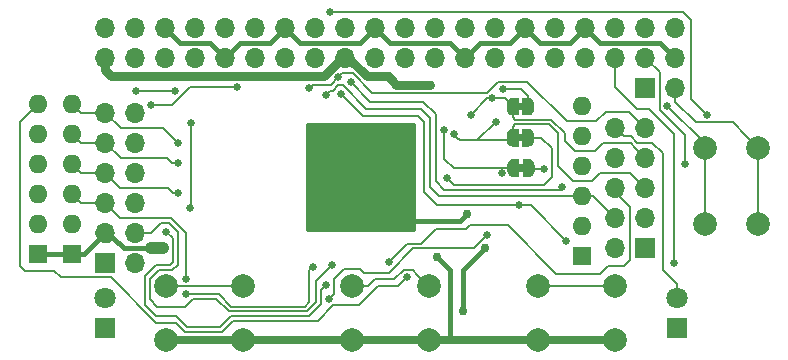
<source format=gbl>
G04 #@! TF.GenerationSoftware,KiCad,Pcbnew,(5.1.4)-1*
G04 #@! TF.CreationDate,2020-09-08T19:59:54+01:00*
G04 #@! TF.ProjectId,rgb-to-hdmi,7267622d-746f-42d6-9864-6d692e6b6963,rev?*
G04 #@! TF.SameCoordinates,Original*
G04 #@! TF.FileFunction,Copper,L2,Bot*
G04 #@! TF.FilePolarity,Positive*
%FSLAX46Y46*%
G04 Gerber Fmt 4.6, Leading zero omitted, Abs format (unit mm)*
G04 Created by KiCad (PCBNEW (5.1.4)-1) date 2020-09-08 19:59:54*
%MOMM*%
%LPD*%
G04 APERTURE LIST*
%ADD10C,0.100000*%
%ADD11R,1.600000X1.600000*%
%ADD12O,1.600000X1.600000*%
%ADD13C,0.500000*%
%ADD14C,2.000000*%
%ADD15O,1.700000X1.700000*%
%ADD16R,1.700000X1.700000*%
%ADD17C,1.800000*%
%ADD18R,1.800000X1.800000*%
%ADD19C,0.762000*%
%ADD20C,0.660400*%
%ADD21C,0.381000*%
%ADD22C,0.762000*%
%ADD23C,0.203200*%
%ADD24C,1.016000*%
%ADD25C,0.635000*%
%ADD26C,0.254000*%
G04 APERTURE END LIST*
D10*
G36*
X59821200Y-38918160D02*
G01*
X59321200Y-38918160D01*
X59321200Y-38318160D01*
X59821200Y-38318160D01*
X59821200Y-38918160D01*
G37*
G36*
X59770400Y-33711160D02*
G01*
X59270400Y-33711160D01*
X59270400Y-33111160D01*
X59770400Y-33111160D01*
X59770400Y-33711160D01*
G37*
G36*
X59770400Y-36352760D02*
G01*
X59270400Y-36352760D01*
X59270400Y-35752760D01*
X59770400Y-35752760D01*
X59770400Y-36352760D01*
G37*
D11*
X64737800Y-46060360D03*
D12*
X64737800Y-43520360D03*
X64737800Y-40980360D03*
X64737800Y-38440360D03*
X64737800Y-35900360D03*
X64737800Y-33360360D03*
D11*
X21578000Y-45907960D03*
D12*
X21578000Y-43367960D03*
X21578000Y-40827960D03*
X21578000Y-38287960D03*
X21578000Y-35747960D03*
X21578000Y-33207960D03*
D13*
X60221200Y-38618160D03*
D10*
G36*
X60221200Y-37868762D02*
G01*
X60245734Y-37868762D01*
X60294565Y-37873572D01*
X60342690Y-37883144D01*
X60389645Y-37897388D01*
X60434978Y-37916165D01*
X60478251Y-37939296D01*
X60519050Y-37966556D01*
X60556979Y-37997684D01*
X60591676Y-38032381D01*
X60622804Y-38070310D01*
X60650064Y-38111109D01*
X60673195Y-38154382D01*
X60691972Y-38199715D01*
X60706216Y-38246670D01*
X60715788Y-38294795D01*
X60720598Y-38343626D01*
X60720598Y-38368160D01*
X60721200Y-38368160D01*
X60721200Y-38868160D01*
X60720598Y-38868160D01*
X60720598Y-38892694D01*
X60715788Y-38941525D01*
X60706216Y-38989650D01*
X60691972Y-39036605D01*
X60673195Y-39081938D01*
X60650064Y-39125211D01*
X60622804Y-39166010D01*
X60591676Y-39203939D01*
X60556979Y-39238636D01*
X60519050Y-39269764D01*
X60478251Y-39297024D01*
X60434978Y-39320155D01*
X60389645Y-39338932D01*
X60342690Y-39353176D01*
X60294565Y-39362748D01*
X60245734Y-39367558D01*
X60221200Y-39367558D01*
X60221200Y-39368160D01*
X59721200Y-39368160D01*
X59721200Y-37868160D01*
X60221200Y-37868160D01*
X60221200Y-37868762D01*
X60221200Y-37868762D01*
G37*
D13*
X58921200Y-38618160D03*
D10*
G36*
X59421200Y-39368160D02*
G01*
X58921200Y-39368160D01*
X58921200Y-39367558D01*
X58896666Y-39367558D01*
X58847835Y-39362748D01*
X58799710Y-39353176D01*
X58752755Y-39338932D01*
X58707422Y-39320155D01*
X58664149Y-39297024D01*
X58623350Y-39269764D01*
X58585421Y-39238636D01*
X58550724Y-39203939D01*
X58519596Y-39166010D01*
X58492336Y-39125211D01*
X58469205Y-39081938D01*
X58450428Y-39036605D01*
X58436184Y-38989650D01*
X58426612Y-38941525D01*
X58421802Y-38892694D01*
X58421802Y-38868160D01*
X58421200Y-38868160D01*
X58421200Y-38368160D01*
X58421802Y-38368160D01*
X58421802Y-38343626D01*
X58426612Y-38294795D01*
X58436184Y-38246670D01*
X58450428Y-38199715D01*
X58469205Y-38154382D01*
X58492336Y-38111109D01*
X58519596Y-38070310D01*
X58550724Y-38032381D01*
X58585421Y-37997684D01*
X58623350Y-37966556D01*
X58664149Y-37939296D01*
X58707422Y-37916165D01*
X58752755Y-37897388D01*
X58799710Y-37883144D01*
X58847835Y-37873572D01*
X58896666Y-37868762D01*
X58921200Y-37868762D01*
X58921200Y-37868160D01*
X59421200Y-37868160D01*
X59421200Y-39368160D01*
X59421200Y-39368160D01*
G37*
D13*
X58870400Y-33411160D03*
D10*
G36*
X59370400Y-34161160D02*
G01*
X58870400Y-34161160D01*
X58870400Y-34160558D01*
X58845866Y-34160558D01*
X58797035Y-34155748D01*
X58748910Y-34146176D01*
X58701955Y-34131932D01*
X58656622Y-34113155D01*
X58613349Y-34090024D01*
X58572550Y-34062764D01*
X58534621Y-34031636D01*
X58499924Y-33996939D01*
X58468796Y-33959010D01*
X58441536Y-33918211D01*
X58418405Y-33874938D01*
X58399628Y-33829605D01*
X58385384Y-33782650D01*
X58375812Y-33734525D01*
X58371002Y-33685694D01*
X58371002Y-33661160D01*
X58370400Y-33661160D01*
X58370400Y-33161160D01*
X58371002Y-33161160D01*
X58371002Y-33136626D01*
X58375812Y-33087795D01*
X58385384Y-33039670D01*
X58399628Y-32992715D01*
X58418405Y-32947382D01*
X58441536Y-32904109D01*
X58468796Y-32863310D01*
X58499924Y-32825381D01*
X58534621Y-32790684D01*
X58572550Y-32759556D01*
X58613349Y-32732296D01*
X58656622Y-32709165D01*
X58701955Y-32690388D01*
X58748910Y-32676144D01*
X58797035Y-32666572D01*
X58845866Y-32661762D01*
X58870400Y-32661762D01*
X58870400Y-32661160D01*
X59370400Y-32661160D01*
X59370400Y-34161160D01*
X59370400Y-34161160D01*
G37*
D13*
X60170400Y-33411160D03*
D10*
G36*
X60170400Y-32661762D02*
G01*
X60194934Y-32661762D01*
X60243765Y-32666572D01*
X60291890Y-32676144D01*
X60338845Y-32690388D01*
X60384178Y-32709165D01*
X60427451Y-32732296D01*
X60468250Y-32759556D01*
X60506179Y-32790684D01*
X60540876Y-32825381D01*
X60572004Y-32863310D01*
X60599264Y-32904109D01*
X60622395Y-32947382D01*
X60641172Y-32992715D01*
X60655416Y-33039670D01*
X60664988Y-33087795D01*
X60669798Y-33136626D01*
X60669798Y-33161160D01*
X60670400Y-33161160D01*
X60670400Y-33661160D01*
X60669798Y-33661160D01*
X60669798Y-33685694D01*
X60664988Y-33734525D01*
X60655416Y-33782650D01*
X60641172Y-33829605D01*
X60622395Y-33874938D01*
X60599264Y-33918211D01*
X60572004Y-33959010D01*
X60540876Y-33996939D01*
X60506179Y-34031636D01*
X60468250Y-34062764D01*
X60427451Y-34090024D01*
X60384178Y-34113155D01*
X60338845Y-34131932D01*
X60291890Y-34146176D01*
X60243765Y-34155748D01*
X60194934Y-34160558D01*
X60170400Y-34160558D01*
X60170400Y-34161160D01*
X59670400Y-34161160D01*
X59670400Y-32661160D01*
X60170400Y-32661160D01*
X60170400Y-32661762D01*
X60170400Y-32661762D01*
G37*
D13*
X60170400Y-36052760D03*
D10*
G36*
X60170400Y-35303362D02*
G01*
X60194934Y-35303362D01*
X60243765Y-35308172D01*
X60291890Y-35317744D01*
X60338845Y-35331988D01*
X60384178Y-35350765D01*
X60427451Y-35373896D01*
X60468250Y-35401156D01*
X60506179Y-35432284D01*
X60540876Y-35466981D01*
X60572004Y-35504910D01*
X60599264Y-35545709D01*
X60622395Y-35588982D01*
X60641172Y-35634315D01*
X60655416Y-35681270D01*
X60664988Y-35729395D01*
X60669798Y-35778226D01*
X60669798Y-35802760D01*
X60670400Y-35802760D01*
X60670400Y-36302760D01*
X60669798Y-36302760D01*
X60669798Y-36327294D01*
X60664988Y-36376125D01*
X60655416Y-36424250D01*
X60641172Y-36471205D01*
X60622395Y-36516538D01*
X60599264Y-36559811D01*
X60572004Y-36600610D01*
X60540876Y-36638539D01*
X60506179Y-36673236D01*
X60468250Y-36704364D01*
X60427451Y-36731624D01*
X60384178Y-36754755D01*
X60338845Y-36773532D01*
X60291890Y-36787776D01*
X60243765Y-36797348D01*
X60194934Y-36802158D01*
X60170400Y-36802158D01*
X60170400Y-36802760D01*
X59670400Y-36802760D01*
X59670400Y-35302760D01*
X60170400Y-35302760D01*
X60170400Y-35303362D01*
X60170400Y-35303362D01*
G37*
D13*
X58870400Y-36052760D03*
D10*
G36*
X59370400Y-36802760D02*
G01*
X58870400Y-36802760D01*
X58870400Y-36802158D01*
X58845866Y-36802158D01*
X58797035Y-36797348D01*
X58748910Y-36787776D01*
X58701955Y-36773532D01*
X58656622Y-36754755D01*
X58613349Y-36731624D01*
X58572550Y-36704364D01*
X58534621Y-36673236D01*
X58499924Y-36638539D01*
X58468796Y-36600610D01*
X58441536Y-36559811D01*
X58418405Y-36516538D01*
X58399628Y-36471205D01*
X58385384Y-36424250D01*
X58375812Y-36376125D01*
X58371002Y-36327294D01*
X58371002Y-36302760D01*
X58370400Y-36302760D01*
X58370400Y-35802760D01*
X58371002Y-35802760D01*
X58371002Y-35778226D01*
X58375812Y-35729395D01*
X58385384Y-35681270D01*
X58399628Y-35634315D01*
X58418405Y-35588982D01*
X58441536Y-35545709D01*
X58468796Y-35504910D01*
X58499924Y-35466981D01*
X58534621Y-35432284D01*
X58572550Y-35401156D01*
X58613349Y-35373896D01*
X58656622Y-35350765D01*
X58701955Y-35331988D01*
X58748910Y-35317744D01*
X58797035Y-35308172D01*
X58845866Y-35303362D01*
X58870400Y-35303362D01*
X58870400Y-35302760D01*
X59370400Y-35302760D01*
X59370400Y-36802760D01*
X59370400Y-36802760D01*
G37*
D14*
X29556000Y-53146960D03*
X29556000Y-48646960D03*
X36056000Y-53146960D03*
X36056000Y-48646960D03*
X51804000Y-48646960D03*
X51804000Y-53146960D03*
X45304000Y-48646960D03*
X45304000Y-53146960D03*
X67552000Y-48646960D03*
X67552000Y-53146960D03*
X61052000Y-48646960D03*
X61052000Y-53146960D03*
X79617000Y-43390960D03*
X75117000Y-43390960D03*
X79617000Y-36890960D03*
X75117000Y-36890960D03*
D12*
X18657000Y-33207960D03*
X18657000Y-35747960D03*
X18657000Y-38287960D03*
X18657000Y-40827960D03*
X18657000Y-43367960D03*
D11*
X18657000Y-45907960D03*
D15*
X24372000Y-29270960D03*
X24372000Y-26730960D03*
X26912000Y-29270960D03*
X26912000Y-26730960D03*
X29452000Y-29270960D03*
X29452000Y-26730960D03*
X31992000Y-29270960D03*
X31992000Y-26730960D03*
X34532000Y-29270960D03*
X34532000Y-26730960D03*
X37072000Y-29270960D03*
X37072000Y-26730960D03*
X39612000Y-29270960D03*
X39612000Y-26730960D03*
X42152000Y-29270960D03*
X42152000Y-26730960D03*
X44692000Y-29270960D03*
X44692000Y-26730960D03*
X47232000Y-29270960D03*
X47232000Y-26730960D03*
X49772000Y-29270960D03*
X49772000Y-26730960D03*
X52312000Y-29270960D03*
X52312000Y-26730960D03*
X54852000Y-29270960D03*
X54852000Y-26730960D03*
X57392000Y-29270960D03*
X57392000Y-26730960D03*
X59932000Y-29270960D03*
X59932000Y-26730960D03*
X62472000Y-29270960D03*
X62472000Y-26730960D03*
X65012000Y-29270960D03*
X65012000Y-26730960D03*
X67552000Y-29270960D03*
X67552000Y-26730960D03*
X70092000Y-29270960D03*
X70092000Y-26730960D03*
X72632000Y-29270960D03*
X72632000Y-26730960D03*
D16*
X70092000Y-31810960D03*
D15*
X72632000Y-31810960D03*
X67557200Y-35214560D03*
X70097200Y-35214560D03*
X67557200Y-37754560D03*
X70097200Y-37754560D03*
X67557200Y-40294560D03*
X70097200Y-40294560D03*
X67557200Y-42834560D03*
X70097200Y-42834560D03*
X67557200Y-45374560D03*
D16*
X70097200Y-45374560D03*
D15*
X26912000Y-33969960D03*
X24372000Y-33969960D03*
X26912000Y-36509960D03*
X24372000Y-36509960D03*
X26912000Y-39049960D03*
X24372000Y-39049960D03*
X26912000Y-41589960D03*
X24372000Y-41589960D03*
X26912000Y-44129960D03*
X24372000Y-44129960D03*
X26912000Y-46669960D03*
D16*
X24372000Y-46669960D03*
D17*
X24349000Y-49630960D03*
D18*
X24349000Y-52170960D03*
X72759000Y-52170960D03*
D17*
X72759000Y-49630960D03*
D19*
X47552000Y-35200960D03*
X42752000Y-43600960D03*
X42761600Y-37856160D03*
X56549784Y-45408644D03*
X55017100Y-42542462D03*
X54674200Y-50695860D03*
X48278600Y-30820360D03*
X51829400Y-31556960D03*
D20*
X72510200Y-46669960D03*
X56731600Y-44256960D03*
X43300200Y-49743360D03*
X73475400Y-38287960D03*
X71976800Y-33360360D03*
D19*
X52426300Y-46123860D03*
X28283600Y-45399960D03*
X29231020Y-45399960D03*
D20*
X28212600Y-33258760D03*
X35502400Y-31734760D03*
X49955000Y-47889159D03*
X44334131Y-32359659D03*
X63391601Y-44764961D03*
X59378400Y-41767760D03*
X58027000Y-31937960D03*
X61537400Y-38694360D03*
X53282400Y-39430960D03*
X43554200Y-46873160D03*
X31219840Y-49303940D03*
X31202060Y-48011960D03*
X41971422Y-46958827D03*
X29558802Y-44028360D03*
X43096996Y-48524160D03*
X30574800Y-40726360D03*
X30524002Y-38237160D03*
X30524000Y-36509962D03*
X63061400Y-40243758D03*
X45172946Y-31360614D03*
X48357780Y-46614640D03*
X43043230Y-32412940D03*
X55365200Y-34096960D03*
X57117800Y-32725364D03*
X53074000Y-35366960D03*
X57957913Y-39001073D03*
X57415487Y-34699447D03*
X53866600Y-35722560D03*
X31616200Y-34782760D03*
X31590800Y-42021760D03*
X43422000Y-25410160D03*
X75291500Y-34129950D03*
X44113000Y-30947360D03*
X41649200Y-31887160D03*
X26965400Y-32118360D03*
X30244590Y-32141160D03*
D21*
X43802000Y-38950960D02*
X42752000Y-38950960D01*
X47552000Y-35200960D02*
X43802000Y-38950960D01*
X42752000Y-38950960D02*
X42752000Y-43600960D01*
X42752000Y-38950960D02*
X42752000Y-37865760D01*
X42752000Y-37865760D02*
X42761600Y-37856160D01*
X54674200Y-50157045D02*
X54674200Y-50695860D01*
X54674200Y-47284228D02*
X54674200Y-50157045D01*
X56549784Y-45408644D02*
X54674200Y-47284228D01*
D22*
X51829400Y-31556960D02*
X49015200Y-31556960D01*
X48659599Y-31201359D02*
X48278600Y-30820360D01*
X49015200Y-31556960D02*
X48659599Y-31201359D01*
X47739785Y-30820360D02*
X48278600Y-30820360D01*
X46500600Y-30820360D02*
X47739785Y-30820360D01*
X44692000Y-29270960D02*
X44951200Y-29270960D01*
X44951200Y-29270960D02*
X46500600Y-30820360D01*
D21*
X42756400Y-43596560D02*
X42752000Y-43600960D01*
X46399000Y-43596560D02*
X42756400Y-43596560D01*
X46881600Y-43113960D02*
X46399000Y-43596560D01*
X55017100Y-42542462D02*
X54445602Y-43113960D01*
X54445602Y-43113960D02*
X46881600Y-43113960D01*
D22*
X42893800Y-30820360D02*
X24834400Y-30820360D01*
X24372000Y-30357960D02*
X24372000Y-29270960D01*
X44692000Y-29270960D02*
X44443200Y-29270960D01*
X44443200Y-29270960D02*
X42893800Y-30820360D01*
X24834400Y-30820360D02*
X24372000Y-30357960D01*
D23*
X67547800Y-48651160D02*
X67552000Y-48646960D01*
X61052000Y-48646960D02*
X61056200Y-48651160D01*
X61056200Y-48651160D02*
X67547800Y-48651160D01*
X72510200Y-38211756D02*
X72510200Y-46669960D01*
X72510200Y-35708274D02*
X72510200Y-38211756D01*
X70416286Y-33614360D02*
X72510200Y-35708274D01*
X69411400Y-33614360D02*
X70416286Y-33614360D01*
X67552000Y-29270960D02*
X67552000Y-31754960D01*
X67552000Y-31754960D02*
X69411400Y-33614360D01*
X35603000Y-48193960D02*
X36056000Y-48646960D01*
X29556000Y-48646960D02*
X30009000Y-48193960D01*
X45327000Y-47177960D02*
X44924589Y-47177960D01*
X29556000Y-48646960D02*
X36056000Y-48646960D01*
X56401401Y-44587159D02*
X56731600Y-44256960D01*
X45962000Y-47177960D02*
X46250859Y-47466819D01*
X45327000Y-47177960D02*
X45962000Y-47177960D01*
X46250859Y-47466819D02*
X48421541Y-47466819D01*
X48421541Y-47466819D02*
X50462990Y-45425370D01*
X50462990Y-45425370D02*
X55563190Y-45425370D01*
X55563190Y-45425370D02*
X56401401Y-44587159D01*
X43630399Y-49413161D02*
X43300200Y-49743360D01*
X43782800Y-49260760D02*
X43630399Y-49413161D01*
X43782800Y-47990760D02*
X43782800Y-49260760D01*
X45327000Y-47177960D02*
X44595600Y-47177960D01*
X44595600Y-47177960D02*
X43782800Y-47990760D01*
X50804001Y-47646961D02*
X51804000Y-48646960D01*
X46631800Y-48646960D02*
X47237200Y-48041560D01*
X45304000Y-48646960D02*
X46631800Y-48646960D01*
X47237200Y-48041560D02*
X48862798Y-48041560D01*
X48862798Y-48041560D02*
X49650199Y-47254159D01*
X49650199Y-47254159D02*
X50411199Y-47254159D01*
X50411199Y-47254159D02*
X50804001Y-47646961D01*
X73475400Y-37820987D02*
X73475400Y-38287960D01*
X73475400Y-35849560D02*
X73475400Y-37820987D01*
X71341799Y-33715959D02*
X73475400Y-35849560D01*
X70092000Y-29270960D02*
X71341799Y-30520759D01*
X71341799Y-30520759D02*
X71341799Y-33715959D01*
X75117000Y-36890960D02*
X75117000Y-43390960D01*
X70092000Y-32246960D02*
X70092000Y-31810960D01*
X75117000Y-43643162D02*
X75117000Y-36890960D01*
X75117000Y-36500560D02*
X75117000Y-36890960D01*
X71976800Y-33360360D02*
X75117000Y-36500560D01*
X79617000Y-36890960D02*
X79617000Y-43390960D01*
X78617001Y-35890961D02*
X79617000Y-36890960D01*
X74383918Y-34764959D02*
X77490999Y-34764959D01*
X72632000Y-33013041D02*
X74383918Y-34764959D01*
X77490999Y-34764959D02*
X78617001Y-35890961D01*
X72632000Y-31810960D02*
X72632000Y-33013041D01*
D21*
X65012000Y-26730960D02*
X66282000Y-28000960D01*
X71362000Y-28000960D02*
X72632000Y-29270960D01*
X66282000Y-28000960D02*
X71362000Y-28000960D01*
X59932000Y-26730960D02*
X61202000Y-28000960D01*
X63742000Y-28000960D02*
X65012000Y-26730960D01*
X61202000Y-28000960D02*
X63742000Y-28000960D01*
X54852000Y-29270960D02*
X56122000Y-28000960D01*
X58662000Y-28000960D02*
X59932000Y-26730960D01*
X56122000Y-28000960D02*
X58662000Y-28000960D01*
X54852000Y-29270960D02*
X53582000Y-28000960D01*
X48502000Y-28000960D02*
X47232000Y-26730960D01*
X53582000Y-28000960D02*
X48502000Y-28000960D01*
X34532000Y-29270960D02*
X33262000Y-28000960D01*
X30722000Y-28000960D02*
X29452000Y-26730960D01*
X33262000Y-28000960D02*
X30722000Y-28000960D01*
X34532000Y-29270960D02*
X34532000Y-29016960D01*
X39612000Y-26730960D02*
X38342000Y-28000960D01*
X35802000Y-28000960D02*
X34532000Y-29270960D01*
X38342000Y-28000960D02*
X35802000Y-28000960D01*
X39612000Y-26730960D02*
X40882000Y-28000960D01*
X40882000Y-28000960D02*
X45962000Y-28000960D01*
X45962000Y-28000960D02*
X47232000Y-26730960D01*
D24*
X35827388Y-53375572D02*
X36056000Y-53146960D01*
D25*
X29556000Y-53146960D02*
X36056000Y-53146960D01*
X53721700Y-53146960D02*
X67552000Y-53146960D01*
D21*
X52426300Y-46123860D02*
X53594700Y-47292260D01*
X53594700Y-52854860D02*
X53302600Y-53146960D01*
X53594700Y-47292260D02*
X53594700Y-52854860D01*
D25*
X36056000Y-53146960D02*
X53302600Y-53146960D01*
X53302600Y-53146960D02*
X53721700Y-53146960D01*
D23*
X18504600Y-46415960D02*
X18403000Y-46415960D01*
D21*
X18657000Y-45907960D02*
X21578000Y-45907960D01*
X24600600Y-44739560D02*
X24372000Y-44510960D01*
X24372000Y-44510960D02*
X25050180Y-44510960D01*
X25939180Y-45399960D02*
X25050180Y-44510960D01*
X29231020Y-45399960D02*
X25939180Y-45399960D01*
D24*
X28283600Y-45399960D02*
X29231020Y-45399960D01*
D21*
X22594000Y-45907960D02*
X24372000Y-44129960D01*
X21578000Y-45907960D02*
X22594000Y-45907960D01*
D23*
X63742000Y-28000960D02*
X63857199Y-28116159D01*
X28679573Y-33258760D02*
X28212600Y-33258760D01*
X30066792Y-33258760D02*
X28679573Y-33258760D01*
X35502400Y-31734760D02*
X31590792Y-31734760D01*
X31590792Y-31734760D02*
X30066792Y-33258760D01*
X49192999Y-48651160D02*
X49955000Y-47889159D01*
X20618000Y-47889160D02*
X24861510Y-47889160D01*
X20031260Y-47302420D02*
X20618000Y-47889160D01*
X17572420Y-47302420D02*
X20031260Y-47302420D01*
X17153320Y-46883320D02*
X17572420Y-47302420D01*
X18657000Y-33207960D02*
X17153320Y-34711640D01*
X17153320Y-34711640D02*
X17153320Y-46883320D01*
X24861510Y-47889160D02*
X28696910Y-51724560D01*
X28696910Y-51724560D02*
X30404499Y-51724560D01*
X30404499Y-51724560D02*
X31166510Y-52486571D01*
X31166510Y-52486571D02*
X34239890Y-52486571D01*
X34239890Y-52486571D02*
X35154268Y-51572193D01*
X35154268Y-51572193D02*
X42360367Y-51572193D01*
X42360367Y-51572193D02*
X43681200Y-50251360D01*
X43681200Y-50251360D02*
X45891000Y-50251360D01*
X45891000Y-50251360D02*
X47491200Y-48651160D01*
X47491200Y-48651160D02*
X49192999Y-48651160D01*
X44334131Y-32359659D02*
X46173032Y-34198560D01*
X52444200Y-41767760D02*
X58911427Y-41767760D01*
X58911427Y-41767760D02*
X59378400Y-41767760D01*
X51364568Y-40688128D02*
X52444200Y-41767760D01*
X51364568Y-34719128D02*
X51364568Y-40688128D01*
X50844000Y-34198560D02*
X51364568Y-34719128D01*
X46173032Y-34198560D02*
X50844000Y-34198560D01*
X60394400Y-41767760D02*
X59378400Y-41767760D01*
X63391601Y-44764961D02*
X60394400Y-41767760D01*
X60170400Y-32563568D02*
X60170400Y-33411160D01*
X58027000Y-31937960D02*
X59544792Y-31937960D01*
X59544792Y-31937960D02*
X60170400Y-32563568D01*
X61537400Y-38694360D02*
X60297400Y-38694360D01*
X60297400Y-38694360D02*
X60221200Y-38618160D01*
X61308800Y-36052760D02*
X60170400Y-36052760D01*
X62172401Y-36916361D02*
X61308800Y-36052760D01*
X62172401Y-39405559D02*
X62172401Y-36916361D01*
X61537410Y-40040550D02*
X62172401Y-39405559D01*
X53282400Y-39430960D02*
X53891990Y-40040550D01*
X53891990Y-40040550D02*
X61537410Y-40040550D01*
X28263400Y-44129960D02*
X26912000Y-44129960D01*
X29113399Y-43279961D02*
X28263400Y-44129960D01*
X33744601Y-49692561D02*
X31801499Y-49692561D01*
X34811411Y-50759371D02*
X33744601Y-49692561D01*
X41418640Y-50759371D02*
X34811411Y-50759371D01*
X42253611Y-49924400D02*
X41418640Y-50759371D01*
X43554200Y-46873160D02*
X42253611Y-48173749D01*
X42253611Y-48173749D02*
X42253611Y-49924400D01*
X31801499Y-49692561D02*
X31135890Y-50358170D01*
X31135890Y-50358170D02*
X28761354Y-50358170D01*
X28761354Y-50358170D02*
X28143900Y-49740716D01*
X28143900Y-49740716D02*
X28143900Y-48008660D01*
X28143900Y-48008660D02*
X28903480Y-47249080D01*
X28903480Y-47249080D02*
X30057231Y-47249080D01*
X30057231Y-47249080D02*
X30490871Y-46815440D01*
X30490871Y-46815440D02*
X30490871Y-44020627D01*
X30490871Y-44020627D02*
X29750205Y-43279961D01*
X29750205Y-43279961D02*
X29113399Y-43279961D01*
X25221999Y-42439959D02*
X24372000Y-41589960D01*
X25655591Y-42873551D02*
X25221999Y-42439959D01*
X29918545Y-42873551D02*
X25655591Y-42873551D01*
X31202060Y-44157065D02*
X29918545Y-42873551D01*
X31202060Y-48011960D02*
X31202060Y-44157065D01*
X22340000Y-41589960D02*
X21578000Y-40827960D01*
X24372000Y-41589960D02*
X22340000Y-41589960D01*
X41631801Y-47298448D02*
X41641223Y-47289026D01*
X41631801Y-49971459D02*
X41631801Y-47298448D01*
X33985890Y-49286150D02*
X35052700Y-50352960D01*
X41250300Y-50352960D02*
X41631801Y-49971459D01*
X35052700Y-50352960D02*
X41250300Y-50352960D01*
X31237630Y-49286150D02*
X33985890Y-49286150D01*
X31219840Y-49303940D02*
X31237630Y-49286150D01*
X41641223Y-47289026D02*
X41971422Y-46958827D01*
X42766797Y-48854359D02*
X43096996Y-48524160D01*
X42660022Y-48961134D02*
X42766797Y-48854359D01*
X42660022Y-50092740D02*
X42660022Y-48961134D01*
X41586980Y-51165782D02*
X42660022Y-50092740D01*
X34985929Y-51165782D02*
X41586980Y-51165782D01*
X34071550Y-52080161D02*
X34985929Y-51165782D01*
X31336801Y-52080161D02*
X34071550Y-52080161D01*
X30402080Y-51145440D02*
X31336801Y-52080161D01*
X28692540Y-51145440D02*
X30402080Y-51145440D01*
X27737489Y-50190389D02*
X28692540Y-51145440D01*
X29558802Y-44028360D02*
X30084460Y-44554018D01*
X30084460Y-44554018D02*
X30084460Y-46591220D01*
X30084460Y-46591220D02*
X29833011Y-46842669D01*
X29833011Y-46842669D02*
X28674891Y-46842669D01*
X28674891Y-46842669D02*
X27737489Y-47780071D01*
X27737489Y-47780071D02*
X27737489Y-50190389D01*
X22340000Y-39049960D02*
X21578000Y-38287960D01*
X24372000Y-39049960D02*
X22340000Y-39049960D01*
X30107827Y-40726360D02*
X30574800Y-40726360D01*
X29701427Y-40319960D02*
X30107827Y-40726360D01*
X24372000Y-39049960D02*
X25642000Y-40319960D01*
X25642000Y-40319960D02*
X29701427Y-40319960D01*
X22340000Y-36509960D02*
X21578000Y-35747960D01*
X24372000Y-36509960D02*
X22340000Y-36509960D01*
X30057029Y-38237160D02*
X30524002Y-38237160D01*
X29625229Y-37805360D02*
X30057029Y-38237160D01*
X24372000Y-36509960D02*
X25667400Y-37805360D01*
X25667400Y-37805360D02*
X29625229Y-37805360D01*
X22340000Y-33969960D02*
X21578000Y-33207960D01*
X24372000Y-33969960D02*
X22340000Y-33969960D01*
X30193801Y-36179763D02*
X30524000Y-36509962D01*
X29279398Y-35265360D02*
X30193801Y-36179763D01*
X24372000Y-33969960D02*
X25667400Y-35265360D01*
X25667400Y-35265360D02*
X29279398Y-35265360D01*
X67531800Y-37729160D02*
X67557200Y-37754560D01*
X62858198Y-40446960D02*
X63061400Y-40243758D01*
X46817092Y-33004760D02*
X51301200Y-33004760D01*
X45172946Y-31360614D02*
X46817092Y-33004760D01*
X51301200Y-33004760D02*
X52342600Y-34046160D01*
X52342600Y-34046160D02*
X52342600Y-39735760D01*
X52342600Y-39735760D02*
X53053800Y-40446960D01*
X53053800Y-40446960D02*
X62858198Y-40446960D01*
X55233003Y-43469557D02*
X56553797Y-43469557D01*
X54940900Y-43761660D02*
X55233003Y-43469557D01*
X56553797Y-43469557D02*
X56198199Y-43469557D01*
X48357780Y-46614640D02*
X49953460Y-45018960D01*
X49953460Y-45018960D02*
X51080100Y-45018960D01*
X51080100Y-45018960D02*
X52337400Y-43761660D01*
X52337400Y-43761660D02*
X54940900Y-43761660D01*
X67531800Y-40269160D02*
X67557200Y-40294560D01*
X68407199Y-41525559D02*
X67557200Y-40675560D01*
X68801800Y-41920160D02*
X68407199Y-41525559D01*
X68801800Y-46415960D02*
X68801800Y-41920160D01*
X58463997Y-43469557D02*
X62578800Y-47584360D01*
X56553797Y-43469557D02*
X58463997Y-43469557D01*
X62578800Y-47584360D02*
X66261800Y-47584360D01*
X66261800Y-47584360D02*
X66922200Y-46923960D01*
X66922200Y-46923960D02*
X68293800Y-46923960D01*
X68293800Y-46923960D02*
X68801800Y-46415960D01*
X67531800Y-42809160D02*
X67557200Y-42834560D01*
X65703000Y-40980360D02*
X64737800Y-40980360D01*
X67557200Y-42834560D02*
X65703000Y-40980360D01*
X43373429Y-32082741D02*
X43043230Y-32412940D01*
X43663417Y-32082741D02*
X43373429Y-32082741D01*
X44112999Y-31633159D02*
X43663417Y-32082741D01*
X44505672Y-31633159D02*
X44112999Y-31633159D01*
X46486873Y-33614360D02*
X44505672Y-31633159D01*
X51123400Y-33614360D02*
X46486873Y-33614360D01*
X51910800Y-34401760D02*
X51123400Y-33614360D01*
X51910800Y-40243760D02*
X51910800Y-34401760D01*
X59607014Y-40980360D02*
X59606999Y-40980345D01*
X64737800Y-40980360D02*
X59607014Y-40980360D01*
X59606999Y-40980345D02*
X58997397Y-40980345D01*
X58997397Y-40980345D02*
X58997382Y-40980360D01*
X58997382Y-40980360D02*
X52647400Y-40980360D01*
X52647400Y-40980360D02*
X51910800Y-40243760D01*
X67531800Y-45349160D02*
X67557200Y-45374560D01*
X68868550Y-35951160D02*
X68293800Y-35951160D01*
X72759000Y-48442760D02*
X71570400Y-47254160D01*
X68293800Y-35951160D02*
X67557200Y-35214560D01*
X71570400Y-47254160D02*
X71570400Y-37348160D01*
X71570400Y-37348160D02*
X70706800Y-36484560D01*
X70706800Y-36484560D02*
X69401950Y-36484560D01*
X72759000Y-49630960D02*
X72759000Y-48442760D01*
X69401950Y-36484560D02*
X68868550Y-35951160D01*
X58184604Y-32725364D02*
X57584773Y-32725364D01*
X57584773Y-32725364D02*
X57117800Y-32725364D01*
X58870400Y-33411160D02*
X58184604Y-32725364D01*
X56736796Y-32725364D02*
X57117800Y-32725364D01*
X55365200Y-34096960D02*
X56736796Y-32725364D01*
X69247201Y-36904561D02*
X70097200Y-37754560D01*
X66490400Y-36509960D02*
X68852600Y-36509960D01*
X68852600Y-36509960D02*
X69247201Y-36904561D01*
X65830000Y-37170360D02*
X66490400Y-36509960D01*
X58870400Y-34325560D02*
X59073600Y-34528760D01*
X64128200Y-37170360D02*
X65830000Y-37170360D01*
X58870400Y-33411160D02*
X58870400Y-34325560D01*
X59073600Y-34528760D02*
X62121600Y-34528760D01*
X62121600Y-34528760D02*
X63290000Y-35697160D01*
X63290000Y-35697160D02*
X63290000Y-36332160D01*
X63290000Y-36332160D02*
X64128200Y-37170360D01*
X53074000Y-35366960D02*
X53074000Y-37825560D01*
X53074000Y-37825560D02*
X53866600Y-38618160D01*
X57956000Y-38999160D02*
X57956000Y-38618160D01*
X57957913Y-39001073D02*
X57956000Y-38999160D01*
X53866600Y-38618160D02*
X57956000Y-38618160D01*
X57956000Y-38618160D02*
X58921200Y-38618160D01*
X58692600Y-36230560D02*
X58870400Y-36052760D01*
X55884374Y-36230560D02*
X57415487Y-34699447D01*
X55873200Y-36230560D02*
X55884374Y-36230560D01*
X55873200Y-36230560D02*
X58692600Y-36230560D01*
X54374600Y-36230560D02*
X54196799Y-36052759D01*
X54196799Y-36052759D02*
X53866600Y-35722560D01*
X55873200Y-36230560D02*
X54374600Y-36230560D01*
X58870400Y-35671692D02*
X58870400Y-36052760D01*
X58870400Y-35138360D02*
X58870400Y-36052760D01*
X59073600Y-34935160D02*
X58870400Y-35138360D01*
X61943800Y-34935160D02*
X59073600Y-34935160D01*
X62705800Y-35697160D02*
X61943800Y-34935160D01*
X68827200Y-39024560D02*
X66236400Y-39024560D01*
X70097200Y-40294560D02*
X68827200Y-39024560D01*
X66236400Y-39024560D02*
X65550600Y-39710360D01*
X65550600Y-39710360D02*
X63950400Y-39710360D01*
X63950400Y-39710360D02*
X62705800Y-38465760D01*
X62705800Y-38465760D02*
X62705800Y-35697160D01*
X31616200Y-34782760D02*
X31616200Y-41996360D01*
X31616200Y-41996360D02*
X31590800Y-42021760D01*
X73975781Y-26068141D02*
X73975781Y-32814231D01*
X73975781Y-32814231D02*
X74961301Y-33799751D01*
X43422000Y-25410160D02*
X73317800Y-25410160D01*
X73317800Y-25410160D02*
X73975781Y-26068141D01*
X74961301Y-33799751D02*
X75291500Y-34129950D01*
X41979399Y-31556961D02*
X41649200Y-31887160D01*
X44113000Y-30947360D02*
X43503399Y-31556961D01*
X43503399Y-31556961D02*
X41979399Y-31556961D01*
X69247201Y-34364561D02*
X70097200Y-35214560D01*
X68751000Y-33868360D02*
X69247201Y-34364561D01*
X66744400Y-33868360D02*
X68751000Y-33868360D01*
X63493200Y-34681160D02*
X65931600Y-34681160D01*
X60114999Y-31302959D02*
X63493200Y-34681160D01*
X57600403Y-31302959D02*
X60114999Y-31302959D01*
X65931600Y-34681160D02*
X66744400Y-33868360D01*
X44113000Y-30947360D02*
X44443200Y-30617160D01*
X44443200Y-30617160D02*
X45327518Y-30617160D01*
X45327518Y-30617160D02*
X46953128Y-32242770D01*
X46953128Y-32242770D02*
X56660592Y-32242770D01*
X56660592Y-32242770D02*
X57600403Y-31302959D01*
X30221790Y-32118360D02*
X30244590Y-32141160D01*
X26965400Y-32118360D02*
X30221790Y-32118360D01*
D26*
G36*
X46173032Y-34938724D02*
G01*
X46209218Y-34935160D01*
X50475000Y-34935160D01*
X50475000Y-43873960D01*
X41429000Y-43873960D01*
X41429000Y-34927960D01*
X46063743Y-34927960D01*
X46173032Y-34938724D01*
X46173032Y-34938724D01*
G37*
X46173032Y-34938724D02*
X46209218Y-34935160D01*
X50475000Y-34935160D01*
X50475000Y-43873960D01*
X41429000Y-43873960D01*
X41429000Y-34927960D01*
X46063743Y-34927960D01*
X46173032Y-34938724D01*
M02*

</source>
